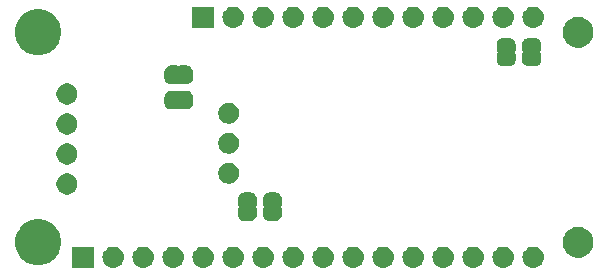
<source format=gbr>
G04 #@! TF.GenerationSoftware,KiCad,Pcbnew,(5.1.4)-1*
G04 #@! TF.CreationDate,2019-11-09T17:02:04-05:00*
G04 #@! TF.ProjectId,Feather-SAM-M8Q-GPS,46656174-6865-4722-9d53-414d2d4d3851,rev?*
G04 #@! TF.SameCoordinates,Original*
G04 #@! TF.FileFunction,Soldermask,Bot*
G04 #@! TF.FilePolarity,Negative*
%FSLAX46Y46*%
G04 Gerber Fmt 4.6, Leading zero omitted, Abs format (unit mm)*
G04 Created by KiCad (PCBNEW (5.1.4)-1) date 2019-11-09 17:02:04*
%MOMM*%
%LPD*%
G04 APERTURE LIST*
%ADD10C,0.100000*%
G04 APERTURE END LIST*
D10*
G36*
X113115043Y-76524719D02*
G01*
X113181227Y-76531237D01*
X113351066Y-76582757D01*
X113507591Y-76666422D01*
X113543329Y-76695752D01*
X113644786Y-76779014D01*
X113728048Y-76880471D01*
X113757378Y-76916209D01*
X113841043Y-77072734D01*
X113892563Y-77242573D01*
X113909959Y-77419200D01*
X113892563Y-77595827D01*
X113841043Y-77765666D01*
X113757378Y-77922191D01*
X113728048Y-77957929D01*
X113644786Y-78059386D01*
X113543329Y-78142648D01*
X113507591Y-78171978D01*
X113351066Y-78255643D01*
X113181227Y-78307163D01*
X113115043Y-78313681D01*
X113048860Y-78320200D01*
X112960340Y-78320200D01*
X112894157Y-78313681D01*
X112827973Y-78307163D01*
X112658134Y-78255643D01*
X112501609Y-78171978D01*
X112465871Y-78142648D01*
X112364414Y-78059386D01*
X112281152Y-77957929D01*
X112251822Y-77922191D01*
X112168157Y-77765666D01*
X112116637Y-77595827D01*
X112099241Y-77419200D01*
X112116637Y-77242573D01*
X112168157Y-77072734D01*
X112251822Y-76916209D01*
X112281152Y-76880471D01*
X112364414Y-76779014D01*
X112465871Y-76695752D01*
X112501609Y-76666422D01*
X112658134Y-76582757D01*
X112827973Y-76531237D01*
X112894157Y-76524719D01*
X112960340Y-76518200D01*
X113048860Y-76518200D01*
X113115043Y-76524719D01*
X113115043Y-76524719D01*
G37*
G36*
X102955043Y-76524719D02*
G01*
X103021227Y-76531237D01*
X103191066Y-76582757D01*
X103347591Y-76666422D01*
X103383329Y-76695752D01*
X103484786Y-76779014D01*
X103568048Y-76880471D01*
X103597378Y-76916209D01*
X103681043Y-77072734D01*
X103732563Y-77242573D01*
X103749959Y-77419200D01*
X103732563Y-77595827D01*
X103681043Y-77765666D01*
X103597378Y-77922191D01*
X103568048Y-77957929D01*
X103484786Y-78059386D01*
X103383329Y-78142648D01*
X103347591Y-78171978D01*
X103191066Y-78255643D01*
X103021227Y-78307163D01*
X102955043Y-78313681D01*
X102888860Y-78320200D01*
X102800340Y-78320200D01*
X102734157Y-78313681D01*
X102667973Y-78307163D01*
X102498134Y-78255643D01*
X102341609Y-78171978D01*
X102305871Y-78142648D01*
X102204414Y-78059386D01*
X102121152Y-77957929D01*
X102091822Y-77922191D01*
X102008157Y-77765666D01*
X101956637Y-77595827D01*
X101939241Y-77419200D01*
X101956637Y-77242573D01*
X102008157Y-77072734D01*
X102091822Y-76916209D01*
X102121152Y-76880471D01*
X102204414Y-76779014D01*
X102305871Y-76695752D01*
X102341609Y-76666422D01*
X102498134Y-76582757D01*
X102667973Y-76531237D01*
X102734157Y-76524719D01*
X102800340Y-76518200D01*
X102888860Y-76518200D01*
X102955043Y-76524719D01*
X102955043Y-76524719D01*
G37*
G36*
X120735043Y-76524719D02*
G01*
X120801227Y-76531237D01*
X120971066Y-76582757D01*
X121127591Y-76666422D01*
X121163329Y-76695752D01*
X121264786Y-76779014D01*
X121348048Y-76880471D01*
X121377378Y-76916209D01*
X121461043Y-77072734D01*
X121512563Y-77242573D01*
X121529959Y-77419200D01*
X121512563Y-77595827D01*
X121461043Y-77765666D01*
X121377378Y-77922191D01*
X121348048Y-77957929D01*
X121264786Y-78059386D01*
X121163329Y-78142648D01*
X121127591Y-78171978D01*
X120971066Y-78255643D01*
X120801227Y-78307163D01*
X120735043Y-78313681D01*
X120668860Y-78320200D01*
X120580340Y-78320200D01*
X120514157Y-78313681D01*
X120447973Y-78307163D01*
X120278134Y-78255643D01*
X120121609Y-78171978D01*
X120085871Y-78142648D01*
X119984414Y-78059386D01*
X119901152Y-77957929D01*
X119871822Y-77922191D01*
X119788157Y-77765666D01*
X119736637Y-77595827D01*
X119719241Y-77419200D01*
X119736637Y-77242573D01*
X119788157Y-77072734D01*
X119871822Y-76916209D01*
X119901152Y-76880471D01*
X119984414Y-76779014D01*
X120085871Y-76695752D01*
X120121609Y-76666422D01*
X120278134Y-76582757D01*
X120447973Y-76531237D01*
X120514157Y-76524719D01*
X120580340Y-76518200D01*
X120668860Y-76518200D01*
X120735043Y-76524719D01*
X120735043Y-76524719D01*
G37*
G36*
X118195043Y-76524719D02*
G01*
X118261227Y-76531237D01*
X118431066Y-76582757D01*
X118587591Y-76666422D01*
X118623329Y-76695752D01*
X118724786Y-76779014D01*
X118808048Y-76880471D01*
X118837378Y-76916209D01*
X118921043Y-77072734D01*
X118972563Y-77242573D01*
X118989959Y-77419200D01*
X118972563Y-77595827D01*
X118921043Y-77765666D01*
X118837378Y-77922191D01*
X118808048Y-77957929D01*
X118724786Y-78059386D01*
X118623329Y-78142648D01*
X118587591Y-78171978D01*
X118431066Y-78255643D01*
X118261227Y-78307163D01*
X118195043Y-78313681D01*
X118128860Y-78320200D01*
X118040340Y-78320200D01*
X117974157Y-78313681D01*
X117907973Y-78307163D01*
X117738134Y-78255643D01*
X117581609Y-78171978D01*
X117545871Y-78142648D01*
X117444414Y-78059386D01*
X117361152Y-77957929D01*
X117331822Y-77922191D01*
X117248157Y-77765666D01*
X117196637Y-77595827D01*
X117179241Y-77419200D01*
X117196637Y-77242573D01*
X117248157Y-77072734D01*
X117331822Y-76916209D01*
X117361152Y-76880471D01*
X117444414Y-76779014D01*
X117545871Y-76695752D01*
X117581609Y-76666422D01*
X117738134Y-76582757D01*
X117907973Y-76531237D01*
X117974157Y-76524719D01*
X118040340Y-76518200D01*
X118128860Y-76518200D01*
X118195043Y-76524719D01*
X118195043Y-76524719D01*
G37*
G36*
X115655043Y-76524719D02*
G01*
X115721227Y-76531237D01*
X115891066Y-76582757D01*
X116047591Y-76666422D01*
X116083329Y-76695752D01*
X116184786Y-76779014D01*
X116268048Y-76880471D01*
X116297378Y-76916209D01*
X116381043Y-77072734D01*
X116432563Y-77242573D01*
X116449959Y-77419200D01*
X116432563Y-77595827D01*
X116381043Y-77765666D01*
X116297378Y-77922191D01*
X116268048Y-77957929D01*
X116184786Y-78059386D01*
X116083329Y-78142648D01*
X116047591Y-78171978D01*
X115891066Y-78255643D01*
X115721227Y-78307163D01*
X115655043Y-78313681D01*
X115588860Y-78320200D01*
X115500340Y-78320200D01*
X115434157Y-78313681D01*
X115367973Y-78307163D01*
X115198134Y-78255643D01*
X115041609Y-78171978D01*
X115005871Y-78142648D01*
X114904414Y-78059386D01*
X114821152Y-77957929D01*
X114791822Y-77922191D01*
X114708157Y-77765666D01*
X114656637Y-77595827D01*
X114639241Y-77419200D01*
X114656637Y-77242573D01*
X114708157Y-77072734D01*
X114791822Y-76916209D01*
X114821152Y-76880471D01*
X114904414Y-76779014D01*
X115005871Y-76695752D01*
X115041609Y-76666422D01*
X115198134Y-76582757D01*
X115367973Y-76531237D01*
X115434157Y-76524719D01*
X115500340Y-76518200D01*
X115588860Y-76518200D01*
X115655043Y-76524719D01*
X115655043Y-76524719D01*
G37*
G36*
X110575043Y-76524719D02*
G01*
X110641227Y-76531237D01*
X110811066Y-76582757D01*
X110967591Y-76666422D01*
X111003329Y-76695752D01*
X111104786Y-76779014D01*
X111188048Y-76880471D01*
X111217378Y-76916209D01*
X111301043Y-77072734D01*
X111352563Y-77242573D01*
X111369959Y-77419200D01*
X111352563Y-77595827D01*
X111301043Y-77765666D01*
X111217378Y-77922191D01*
X111188048Y-77957929D01*
X111104786Y-78059386D01*
X111003329Y-78142648D01*
X110967591Y-78171978D01*
X110811066Y-78255643D01*
X110641227Y-78307163D01*
X110575043Y-78313681D01*
X110508860Y-78320200D01*
X110420340Y-78320200D01*
X110354157Y-78313681D01*
X110287973Y-78307163D01*
X110118134Y-78255643D01*
X109961609Y-78171978D01*
X109925871Y-78142648D01*
X109824414Y-78059386D01*
X109741152Y-77957929D01*
X109711822Y-77922191D01*
X109628157Y-77765666D01*
X109576637Y-77595827D01*
X109559241Y-77419200D01*
X109576637Y-77242573D01*
X109628157Y-77072734D01*
X109711822Y-76916209D01*
X109741152Y-76880471D01*
X109824414Y-76779014D01*
X109925871Y-76695752D01*
X109961609Y-76666422D01*
X110118134Y-76582757D01*
X110287973Y-76531237D01*
X110354157Y-76524719D01*
X110420340Y-76518200D01*
X110508860Y-76518200D01*
X110575043Y-76524719D01*
X110575043Y-76524719D01*
G37*
G36*
X108035043Y-76524719D02*
G01*
X108101227Y-76531237D01*
X108271066Y-76582757D01*
X108427591Y-76666422D01*
X108463329Y-76695752D01*
X108564786Y-76779014D01*
X108648048Y-76880471D01*
X108677378Y-76916209D01*
X108761043Y-77072734D01*
X108812563Y-77242573D01*
X108829959Y-77419200D01*
X108812563Y-77595827D01*
X108761043Y-77765666D01*
X108677378Y-77922191D01*
X108648048Y-77957929D01*
X108564786Y-78059386D01*
X108463329Y-78142648D01*
X108427591Y-78171978D01*
X108271066Y-78255643D01*
X108101227Y-78307163D01*
X108035043Y-78313681D01*
X107968860Y-78320200D01*
X107880340Y-78320200D01*
X107814157Y-78313681D01*
X107747973Y-78307163D01*
X107578134Y-78255643D01*
X107421609Y-78171978D01*
X107385871Y-78142648D01*
X107284414Y-78059386D01*
X107201152Y-77957929D01*
X107171822Y-77922191D01*
X107088157Y-77765666D01*
X107036637Y-77595827D01*
X107019241Y-77419200D01*
X107036637Y-77242573D01*
X107088157Y-77072734D01*
X107171822Y-76916209D01*
X107201152Y-76880471D01*
X107284414Y-76779014D01*
X107385871Y-76695752D01*
X107421609Y-76666422D01*
X107578134Y-76582757D01*
X107747973Y-76531237D01*
X107814157Y-76524719D01*
X107880340Y-76518200D01*
X107968860Y-76518200D01*
X108035043Y-76524719D01*
X108035043Y-76524719D01*
G37*
G36*
X105495043Y-76524719D02*
G01*
X105561227Y-76531237D01*
X105731066Y-76582757D01*
X105887591Y-76666422D01*
X105923329Y-76695752D01*
X106024786Y-76779014D01*
X106108048Y-76880471D01*
X106137378Y-76916209D01*
X106221043Y-77072734D01*
X106272563Y-77242573D01*
X106289959Y-77419200D01*
X106272563Y-77595827D01*
X106221043Y-77765666D01*
X106137378Y-77922191D01*
X106108048Y-77957929D01*
X106024786Y-78059386D01*
X105923329Y-78142648D01*
X105887591Y-78171978D01*
X105731066Y-78255643D01*
X105561227Y-78307163D01*
X105495043Y-78313681D01*
X105428860Y-78320200D01*
X105340340Y-78320200D01*
X105274157Y-78313681D01*
X105207973Y-78307163D01*
X105038134Y-78255643D01*
X104881609Y-78171978D01*
X104845871Y-78142648D01*
X104744414Y-78059386D01*
X104661152Y-77957929D01*
X104631822Y-77922191D01*
X104548157Y-77765666D01*
X104496637Y-77595827D01*
X104479241Y-77419200D01*
X104496637Y-77242573D01*
X104548157Y-77072734D01*
X104631822Y-76916209D01*
X104661152Y-76880471D01*
X104744414Y-76779014D01*
X104845871Y-76695752D01*
X104881609Y-76666422D01*
X105038134Y-76582757D01*
X105207973Y-76531237D01*
X105274157Y-76524719D01*
X105340340Y-76518200D01*
X105428860Y-76518200D01*
X105495043Y-76524719D01*
X105495043Y-76524719D01*
G37*
G36*
X97875043Y-76524719D02*
G01*
X97941227Y-76531237D01*
X98111066Y-76582757D01*
X98267591Y-76666422D01*
X98303329Y-76695752D01*
X98404786Y-76779014D01*
X98488048Y-76880471D01*
X98517378Y-76916209D01*
X98601043Y-77072734D01*
X98652563Y-77242573D01*
X98669959Y-77419200D01*
X98652563Y-77595827D01*
X98601043Y-77765666D01*
X98517378Y-77922191D01*
X98488048Y-77957929D01*
X98404786Y-78059386D01*
X98303329Y-78142648D01*
X98267591Y-78171978D01*
X98111066Y-78255643D01*
X97941227Y-78307163D01*
X97875043Y-78313681D01*
X97808860Y-78320200D01*
X97720340Y-78320200D01*
X97654157Y-78313681D01*
X97587973Y-78307163D01*
X97418134Y-78255643D01*
X97261609Y-78171978D01*
X97225871Y-78142648D01*
X97124414Y-78059386D01*
X97041152Y-77957929D01*
X97011822Y-77922191D01*
X96928157Y-77765666D01*
X96876637Y-77595827D01*
X96859241Y-77419200D01*
X96876637Y-77242573D01*
X96928157Y-77072734D01*
X97011822Y-76916209D01*
X97041152Y-76880471D01*
X97124414Y-76779014D01*
X97225871Y-76695752D01*
X97261609Y-76666422D01*
X97418134Y-76582757D01*
X97587973Y-76531237D01*
X97654157Y-76524719D01*
X97720340Y-76518200D01*
X97808860Y-76518200D01*
X97875043Y-76524719D01*
X97875043Y-76524719D01*
G37*
G36*
X130895043Y-76524719D02*
G01*
X130961227Y-76531237D01*
X131131066Y-76582757D01*
X131287591Y-76666422D01*
X131323329Y-76695752D01*
X131424786Y-76779014D01*
X131508048Y-76880471D01*
X131537378Y-76916209D01*
X131621043Y-77072734D01*
X131672563Y-77242573D01*
X131689959Y-77419200D01*
X131672563Y-77595827D01*
X131621043Y-77765666D01*
X131537378Y-77922191D01*
X131508048Y-77957929D01*
X131424786Y-78059386D01*
X131323329Y-78142648D01*
X131287591Y-78171978D01*
X131131066Y-78255643D01*
X130961227Y-78307163D01*
X130895043Y-78313681D01*
X130828860Y-78320200D01*
X130740340Y-78320200D01*
X130674157Y-78313681D01*
X130607973Y-78307163D01*
X130438134Y-78255643D01*
X130281609Y-78171978D01*
X130245871Y-78142648D01*
X130144414Y-78059386D01*
X130061152Y-77957929D01*
X130031822Y-77922191D01*
X129948157Y-77765666D01*
X129896637Y-77595827D01*
X129879241Y-77419200D01*
X129896637Y-77242573D01*
X129948157Y-77072734D01*
X130031822Y-76916209D01*
X130061152Y-76880471D01*
X130144414Y-76779014D01*
X130245871Y-76695752D01*
X130281609Y-76666422D01*
X130438134Y-76582757D01*
X130607973Y-76531237D01*
X130674157Y-76524719D01*
X130740340Y-76518200D01*
X130828860Y-76518200D01*
X130895043Y-76524719D01*
X130895043Y-76524719D01*
G37*
G36*
X128355043Y-76524719D02*
G01*
X128421227Y-76531237D01*
X128591066Y-76582757D01*
X128747591Y-76666422D01*
X128783329Y-76695752D01*
X128884786Y-76779014D01*
X128968048Y-76880471D01*
X128997378Y-76916209D01*
X129081043Y-77072734D01*
X129132563Y-77242573D01*
X129149959Y-77419200D01*
X129132563Y-77595827D01*
X129081043Y-77765666D01*
X128997378Y-77922191D01*
X128968048Y-77957929D01*
X128884786Y-78059386D01*
X128783329Y-78142648D01*
X128747591Y-78171978D01*
X128591066Y-78255643D01*
X128421227Y-78307163D01*
X128355043Y-78313681D01*
X128288860Y-78320200D01*
X128200340Y-78320200D01*
X128134157Y-78313681D01*
X128067973Y-78307163D01*
X127898134Y-78255643D01*
X127741609Y-78171978D01*
X127705871Y-78142648D01*
X127604414Y-78059386D01*
X127521152Y-77957929D01*
X127491822Y-77922191D01*
X127408157Y-77765666D01*
X127356637Y-77595827D01*
X127339241Y-77419200D01*
X127356637Y-77242573D01*
X127408157Y-77072734D01*
X127491822Y-76916209D01*
X127521152Y-76880471D01*
X127604414Y-76779014D01*
X127705871Y-76695752D01*
X127741609Y-76666422D01*
X127898134Y-76582757D01*
X128067973Y-76531237D01*
X128134157Y-76524719D01*
X128200340Y-76518200D01*
X128288860Y-76518200D01*
X128355043Y-76524719D01*
X128355043Y-76524719D01*
G37*
G36*
X125815043Y-76524719D02*
G01*
X125881227Y-76531237D01*
X126051066Y-76582757D01*
X126207591Y-76666422D01*
X126243329Y-76695752D01*
X126344786Y-76779014D01*
X126428048Y-76880471D01*
X126457378Y-76916209D01*
X126541043Y-77072734D01*
X126592563Y-77242573D01*
X126609959Y-77419200D01*
X126592563Y-77595827D01*
X126541043Y-77765666D01*
X126457378Y-77922191D01*
X126428048Y-77957929D01*
X126344786Y-78059386D01*
X126243329Y-78142648D01*
X126207591Y-78171978D01*
X126051066Y-78255643D01*
X125881227Y-78307163D01*
X125815043Y-78313681D01*
X125748860Y-78320200D01*
X125660340Y-78320200D01*
X125594157Y-78313681D01*
X125527973Y-78307163D01*
X125358134Y-78255643D01*
X125201609Y-78171978D01*
X125165871Y-78142648D01*
X125064414Y-78059386D01*
X124981152Y-77957929D01*
X124951822Y-77922191D01*
X124868157Y-77765666D01*
X124816637Y-77595827D01*
X124799241Y-77419200D01*
X124816637Y-77242573D01*
X124868157Y-77072734D01*
X124951822Y-76916209D01*
X124981152Y-76880471D01*
X125064414Y-76779014D01*
X125165871Y-76695752D01*
X125201609Y-76666422D01*
X125358134Y-76582757D01*
X125527973Y-76531237D01*
X125594157Y-76524719D01*
X125660340Y-76518200D01*
X125748860Y-76518200D01*
X125815043Y-76524719D01*
X125815043Y-76524719D01*
G37*
G36*
X123275043Y-76524719D02*
G01*
X123341227Y-76531237D01*
X123511066Y-76582757D01*
X123667591Y-76666422D01*
X123703329Y-76695752D01*
X123804786Y-76779014D01*
X123888048Y-76880471D01*
X123917378Y-76916209D01*
X124001043Y-77072734D01*
X124052563Y-77242573D01*
X124069959Y-77419200D01*
X124052563Y-77595827D01*
X124001043Y-77765666D01*
X123917378Y-77922191D01*
X123888048Y-77957929D01*
X123804786Y-78059386D01*
X123703329Y-78142648D01*
X123667591Y-78171978D01*
X123511066Y-78255643D01*
X123341227Y-78307163D01*
X123275043Y-78313681D01*
X123208860Y-78320200D01*
X123120340Y-78320200D01*
X123054157Y-78313681D01*
X122987973Y-78307163D01*
X122818134Y-78255643D01*
X122661609Y-78171978D01*
X122625871Y-78142648D01*
X122524414Y-78059386D01*
X122441152Y-77957929D01*
X122411822Y-77922191D01*
X122328157Y-77765666D01*
X122276637Y-77595827D01*
X122259241Y-77419200D01*
X122276637Y-77242573D01*
X122328157Y-77072734D01*
X122411822Y-76916209D01*
X122441152Y-76880471D01*
X122524414Y-76779014D01*
X122625871Y-76695752D01*
X122661609Y-76666422D01*
X122818134Y-76582757D01*
X122987973Y-76531237D01*
X123054157Y-76524719D01*
X123120340Y-76518200D01*
X123208860Y-76518200D01*
X123275043Y-76524719D01*
X123275043Y-76524719D01*
G37*
G36*
X93585600Y-78320200D02*
G01*
X91783600Y-78320200D01*
X91783600Y-76518200D01*
X93585600Y-76518200D01*
X93585600Y-78320200D01*
X93585600Y-78320200D01*
G37*
G36*
X95335043Y-76524719D02*
G01*
X95401227Y-76531237D01*
X95571066Y-76582757D01*
X95727591Y-76666422D01*
X95763329Y-76695752D01*
X95864786Y-76779014D01*
X95948048Y-76880471D01*
X95977378Y-76916209D01*
X96061043Y-77072734D01*
X96112563Y-77242573D01*
X96129959Y-77419200D01*
X96112563Y-77595827D01*
X96061043Y-77765666D01*
X95977378Y-77922191D01*
X95948048Y-77957929D01*
X95864786Y-78059386D01*
X95763329Y-78142648D01*
X95727591Y-78171978D01*
X95571066Y-78255643D01*
X95401227Y-78307163D01*
X95335043Y-78313681D01*
X95268860Y-78320200D01*
X95180340Y-78320200D01*
X95114157Y-78313681D01*
X95047973Y-78307163D01*
X94878134Y-78255643D01*
X94721609Y-78171978D01*
X94685871Y-78142648D01*
X94584414Y-78059386D01*
X94501152Y-77957929D01*
X94471822Y-77922191D01*
X94388157Y-77765666D01*
X94336637Y-77595827D01*
X94319241Y-77419200D01*
X94336637Y-77242573D01*
X94388157Y-77072734D01*
X94471822Y-76916209D01*
X94501152Y-76880471D01*
X94584414Y-76779014D01*
X94685871Y-76695752D01*
X94721609Y-76666422D01*
X94878134Y-76582757D01*
X95047973Y-76531237D01*
X95114157Y-76524719D01*
X95180340Y-76518200D01*
X95268860Y-76518200D01*
X95335043Y-76524719D01*
X95335043Y-76524719D01*
G37*
G36*
X100415043Y-76524719D02*
G01*
X100481227Y-76531237D01*
X100651066Y-76582757D01*
X100807591Y-76666422D01*
X100843329Y-76695752D01*
X100944786Y-76779014D01*
X101028048Y-76880471D01*
X101057378Y-76916209D01*
X101141043Y-77072734D01*
X101192563Y-77242573D01*
X101209959Y-77419200D01*
X101192563Y-77595827D01*
X101141043Y-77765666D01*
X101057378Y-77922191D01*
X101028048Y-77957929D01*
X100944786Y-78059386D01*
X100843329Y-78142648D01*
X100807591Y-78171978D01*
X100651066Y-78255643D01*
X100481227Y-78307163D01*
X100415043Y-78313681D01*
X100348860Y-78320200D01*
X100260340Y-78320200D01*
X100194157Y-78313681D01*
X100127973Y-78307163D01*
X99958134Y-78255643D01*
X99801609Y-78171978D01*
X99765871Y-78142648D01*
X99664414Y-78059386D01*
X99581152Y-77957929D01*
X99551822Y-77922191D01*
X99468157Y-77765666D01*
X99416637Y-77595827D01*
X99399241Y-77419200D01*
X99416637Y-77242573D01*
X99468157Y-77072734D01*
X99551822Y-76916209D01*
X99581152Y-76880471D01*
X99664414Y-76779014D01*
X99765871Y-76695752D01*
X99801609Y-76666422D01*
X99958134Y-76582757D01*
X100127973Y-76531237D01*
X100194157Y-76524719D01*
X100260340Y-76518200D01*
X100348860Y-76518200D01*
X100415043Y-76524719D01*
X100415043Y-76524719D01*
G37*
G36*
X89443685Y-74273175D02*
G01*
X89798743Y-74420245D01*
X89798745Y-74420246D01*
X90118290Y-74633759D01*
X90390041Y-74905510D01*
X90450684Y-74996269D01*
X90603555Y-75225057D01*
X90750625Y-75580115D01*
X90825600Y-75957042D01*
X90825600Y-76341358D01*
X90750625Y-76718285D01*
X90668642Y-76916209D01*
X90603554Y-77073345D01*
X90390041Y-77392890D01*
X90118290Y-77664641D01*
X89798745Y-77878154D01*
X89798744Y-77878155D01*
X89798743Y-77878155D01*
X89443685Y-78025225D01*
X89066758Y-78100200D01*
X88682442Y-78100200D01*
X88305515Y-78025225D01*
X87950457Y-77878155D01*
X87950456Y-77878155D01*
X87950455Y-77878154D01*
X87630910Y-77664641D01*
X87359159Y-77392890D01*
X87145646Y-77073345D01*
X87080558Y-76916209D01*
X86998575Y-76718285D01*
X86923600Y-76341358D01*
X86923600Y-75957042D01*
X86998575Y-75580115D01*
X87145645Y-75225057D01*
X87298516Y-74996269D01*
X87359159Y-74905510D01*
X87630910Y-74633759D01*
X87950455Y-74420246D01*
X87950457Y-74420245D01*
X88305515Y-74273175D01*
X88682442Y-74198200D01*
X89066758Y-74198200D01*
X89443685Y-74273175D01*
X89443685Y-74273175D01*
G37*
G36*
X134974087Y-74898196D02*
G01*
X135210853Y-74996268D01*
X135210855Y-74996269D01*
X135423939Y-75138647D01*
X135605153Y-75319861D01*
X135747532Y-75532947D01*
X135845604Y-75769713D01*
X135895600Y-76021061D01*
X135895600Y-76277339D01*
X135845604Y-76528687D01*
X135767069Y-76718286D01*
X135747531Y-76765455D01*
X135605153Y-76978539D01*
X135423939Y-77159753D01*
X135210855Y-77302131D01*
X135210854Y-77302132D01*
X135210853Y-77302132D01*
X134974087Y-77400204D01*
X134722739Y-77450200D01*
X134466461Y-77450200D01*
X134215113Y-77400204D01*
X133978347Y-77302132D01*
X133978346Y-77302132D01*
X133978345Y-77302131D01*
X133765261Y-77159753D01*
X133584047Y-76978539D01*
X133441669Y-76765455D01*
X133422131Y-76718286D01*
X133343596Y-76528687D01*
X133293600Y-76277339D01*
X133293600Y-76021061D01*
X133343596Y-75769713D01*
X133441668Y-75532947D01*
X133584047Y-75319861D01*
X133765261Y-75138647D01*
X133978345Y-74996269D01*
X133978347Y-74996268D01*
X134215113Y-74898196D01*
X134466461Y-74848200D01*
X134722739Y-74848200D01*
X134974087Y-74898196D01*
X134974087Y-74898196D01*
G37*
G36*
X106853299Y-71939254D02*
G01*
X106865550Y-71939856D01*
X106883969Y-71939856D01*
X106906249Y-71942050D01*
X106990333Y-71958776D01*
X107011760Y-71965276D01*
X107090958Y-71998080D01*
X107096403Y-72000991D01*
X107096409Y-72000993D01*
X107105269Y-72005729D01*
X107105273Y-72005732D01*
X107110714Y-72008640D01*
X107181999Y-72056271D01*
X107199304Y-72070472D01*
X107259928Y-72131096D01*
X107274129Y-72148401D01*
X107321760Y-72219686D01*
X107324668Y-72225127D01*
X107324671Y-72225131D01*
X107329407Y-72233991D01*
X107329409Y-72233997D01*
X107332320Y-72239442D01*
X107365124Y-72318640D01*
X107371624Y-72340067D01*
X107388350Y-72424151D01*
X107390544Y-72446431D01*
X107390544Y-72464850D01*
X107391146Y-72477101D01*
X107392952Y-72495439D01*
X107392952Y-72983160D01*
X107391363Y-72999299D01*
X107388448Y-73008908D01*
X107383710Y-73017772D01*
X107377337Y-73025537D01*
X107364894Y-73035748D01*
X107354525Y-73042678D01*
X107337198Y-73060005D01*
X107323585Y-73080380D01*
X107314209Y-73103020D01*
X107309429Y-73127053D01*
X107309430Y-73151557D01*
X107314212Y-73175590D01*
X107323590Y-73198229D01*
X107337205Y-73218602D01*
X107354532Y-73235929D01*
X107364902Y-73242858D01*
X107377337Y-73253063D01*
X107383710Y-73260828D01*
X107388448Y-73269692D01*
X107391363Y-73279301D01*
X107392952Y-73295440D01*
X107392952Y-73783162D01*
X107391146Y-73801499D01*
X107390544Y-73813750D01*
X107390544Y-73832169D01*
X107388350Y-73854449D01*
X107371624Y-73938533D01*
X107365124Y-73959960D01*
X107332320Y-74039158D01*
X107329409Y-74044603D01*
X107329407Y-74044609D01*
X107324671Y-74053469D01*
X107324668Y-74053473D01*
X107321760Y-74058914D01*
X107274129Y-74130199D01*
X107259928Y-74147504D01*
X107199304Y-74208128D01*
X107181999Y-74222329D01*
X107110714Y-74269960D01*
X107105273Y-74272868D01*
X107105269Y-74272871D01*
X107096409Y-74277607D01*
X107096403Y-74277609D01*
X107090958Y-74280520D01*
X107011760Y-74313324D01*
X106990333Y-74319824D01*
X106906249Y-74336550D01*
X106883969Y-74338744D01*
X106865550Y-74338744D01*
X106853299Y-74339346D01*
X106834962Y-74341152D01*
X106347238Y-74341152D01*
X106328901Y-74339346D01*
X106316650Y-74338744D01*
X106298231Y-74338744D01*
X106275951Y-74336550D01*
X106191867Y-74319824D01*
X106170440Y-74313324D01*
X106091242Y-74280520D01*
X106085797Y-74277609D01*
X106085791Y-74277607D01*
X106076931Y-74272871D01*
X106076927Y-74272868D01*
X106071486Y-74269960D01*
X106000201Y-74222329D01*
X105982896Y-74208128D01*
X105922272Y-74147504D01*
X105908071Y-74130199D01*
X105860440Y-74058914D01*
X105857532Y-74053473D01*
X105857529Y-74053469D01*
X105852793Y-74044609D01*
X105852791Y-74044603D01*
X105849880Y-74039158D01*
X105817076Y-73959960D01*
X105810576Y-73938533D01*
X105793850Y-73854449D01*
X105791656Y-73832169D01*
X105791656Y-73813750D01*
X105791054Y-73801499D01*
X105789248Y-73783162D01*
X105789248Y-73295440D01*
X105790837Y-73279301D01*
X105793752Y-73269692D01*
X105798490Y-73260828D01*
X105804863Y-73253063D01*
X105817306Y-73242852D01*
X105827675Y-73235922D01*
X105845002Y-73218595D01*
X105858615Y-73198220D01*
X105867991Y-73175580D01*
X105872771Y-73151547D01*
X105872770Y-73127043D01*
X105867988Y-73103010D01*
X105858610Y-73080371D01*
X105844995Y-73059998D01*
X105827668Y-73042671D01*
X105817298Y-73035742D01*
X105804863Y-73025537D01*
X105798490Y-73017772D01*
X105793752Y-73008908D01*
X105790837Y-72999299D01*
X105789248Y-72983160D01*
X105789248Y-72495439D01*
X105791054Y-72477101D01*
X105791656Y-72464850D01*
X105791656Y-72446431D01*
X105793850Y-72424151D01*
X105810576Y-72340067D01*
X105817076Y-72318640D01*
X105849880Y-72239442D01*
X105852791Y-72233997D01*
X105852793Y-72233991D01*
X105857529Y-72225131D01*
X105857532Y-72225127D01*
X105860440Y-72219686D01*
X105908071Y-72148401D01*
X105922272Y-72131096D01*
X105982896Y-72070472D01*
X106000201Y-72056271D01*
X106071486Y-72008640D01*
X106076927Y-72005732D01*
X106076931Y-72005729D01*
X106085791Y-72000993D01*
X106085797Y-72000991D01*
X106091242Y-71998080D01*
X106170440Y-71965276D01*
X106191867Y-71958776D01*
X106275951Y-71942050D01*
X106298231Y-71939856D01*
X106316650Y-71939856D01*
X106328901Y-71939254D01*
X106347239Y-71937448D01*
X106834961Y-71937448D01*
X106853299Y-71939254D01*
X106853299Y-71939254D01*
G37*
G36*
X108974199Y-71939254D02*
G01*
X108986450Y-71939856D01*
X109004869Y-71939856D01*
X109027149Y-71942050D01*
X109111233Y-71958776D01*
X109132660Y-71965276D01*
X109211858Y-71998080D01*
X109217303Y-72000991D01*
X109217309Y-72000993D01*
X109226169Y-72005729D01*
X109226173Y-72005732D01*
X109231614Y-72008640D01*
X109302899Y-72056271D01*
X109320204Y-72070472D01*
X109380828Y-72131096D01*
X109395029Y-72148401D01*
X109442660Y-72219686D01*
X109445568Y-72225127D01*
X109445571Y-72225131D01*
X109450307Y-72233991D01*
X109450309Y-72233997D01*
X109453220Y-72239442D01*
X109486024Y-72318640D01*
X109492524Y-72340067D01*
X109509250Y-72424151D01*
X109511444Y-72446431D01*
X109511444Y-72464850D01*
X109512046Y-72477101D01*
X109513852Y-72495439D01*
X109513852Y-72983160D01*
X109512263Y-72999299D01*
X109509348Y-73008908D01*
X109504610Y-73017772D01*
X109498237Y-73025537D01*
X109485794Y-73035748D01*
X109475425Y-73042678D01*
X109458098Y-73060005D01*
X109444485Y-73080380D01*
X109435109Y-73103020D01*
X109430329Y-73127053D01*
X109430330Y-73151557D01*
X109435112Y-73175590D01*
X109444490Y-73198229D01*
X109458105Y-73218602D01*
X109475432Y-73235929D01*
X109485802Y-73242858D01*
X109498237Y-73253063D01*
X109504610Y-73260828D01*
X109509348Y-73269692D01*
X109512263Y-73279301D01*
X109513852Y-73295440D01*
X109513852Y-73783162D01*
X109512046Y-73801499D01*
X109511444Y-73813750D01*
X109511444Y-73832169D01*
X109509250Y-73854449D01*
X109492524Y-73938533D01*
X109486024Y-73959960D01*
X109453220Y-74039158D01*
X109450309Y-74044603D01*
X109450307Y-74044609D01*
X109445571Y-74053469D01*
X109445568Y-74053473D01*
X109442660Y-74058914D01*
X109395029Y-74130199D01*
X109380828Y-74147504D01*
X109320204Y-74208128D01*
X109302899Y-74222329D01*
X109231614Y-74269960D01*
X109226173Y-74272868D01*
X109226169Y-74272871D01*
X109217309Y-74277607D01*
X109217303Y-74277609D01*
X109211858Y-74280520D01*
X109132660Y-74313324D01*
X109111233Y-74319824D01*
X109027149Y-74336550D01*
X109004869Y-74338744D01*
X108986450Y-74338744D01*
X108974199Y-74339346D01*
X108955862Y-74341152D01*
X108468138Y-74341152D01*
X108449801Y-74339346D01*
X108437550Y-74338744D01*
X108419131Y-74338744D01*
X108396851Y-74336550D01*
X108312767Y-74319824D01*
X108291340Y-74313324D01*
X108212142Y-74280520D01*
X108206697Y-74277609D01*
X108206691Y-74277607D01*
X108197831Y-74272871D01*
X108197827Y-74272868D01*
X108192386Y-74269960D01*
X108121101Y-74222329D01*
X108103796Y-74208128D01*
X108043172Y-74147504D01*
X108028971Y-74130199D01*
X107981340Y-74058914D01*
X107978432Y-74053473D01*
X107978429Y-74053469D01*
X107973693Y-74044609D01*
X107973691Y-74044603D01*
X107970780Y-74039158D01*
X107937976Y-73959960D01*
X107931476Y-73938533D01*
X107914750Y-73854449D01*
X107912556Y-73832169D01*
X107912556Y-73813750D01*
X107911954Y-73801499D01*
X107910148Y-73783162D01*
X107910148Y-73295440D01*
X107911737Y-73279301D01*
X107914652Y-73269692D01*
X107919390Y-73260828D01*
X107925763Y-73253063D01*
X107938206Y-73242852D01*
X107948575Y-73235922D01*
X107965902Y-73218595D01*
X107979515Y-73198220D01*
X107988891Y-73175580D01*
X107993671Y-73151547D01*
X107993670Y-73127043D01*
X107988888Y-73103010D01*
X107979510Y-73080371D01*
X107965895Y-73059998D01*
X107948568Y-73042671D01*
X107938198Y-73035742D01*
X107925763Y-73025537D01*
X107919390Y-73017772D01*
X107914652Y-73008908D01*
X107911737Y-72999299D01*
X107910148Y-72983160D01*
X107910148Y-72495439D01*
X107911954Y-72477101D01*
X107912556Y-72464850D01*
X107912556Y-72446431D01*
X107914750Y-72424151D01*
X107931476Y-72340067D01*
X107937976Y-72318640D01*
X107970780Y-72239442D01*
X107973691Y-72233997D01*
X107973693Y-72233991D01*
X107978429Y-72225131D01*
X107978432Y-72225127D01*
X107981340Y-72219686D01*
X108028971Y-72148401D01*
X108043172Y-72131096D01*
X108103796Y-72070472D01*
X108121101Y-72056271D01*
X108192386Y-72008640D01*
X108197827Y-72005732D01*
X108197831Y-72005729D01*
X108206691Y-72000993D01*
X108206697Y-72000991D01*
X108212142Y-71998080D01*
X108291340Y-71965276D01*
X108312767Y-71958776D01*
X108396851Y-71942050D01*
X108419131Y-71939856D01*
X108437550Y-71939856D01*
X108449801Y-71939254D01*
X108468139Y-71937448D01*
X108955861Y-71937448D01*
X108974199Y-71939254D01*
X108974199Y-71939254D01*
G37*
G36*
X91572369Y-70366571D02*
G01*
X91734195Y-70433602D01*
X91879829Y-70530911D01*
X92003689Y-70654771D01*
X92100998Y-70800405D01*
X92168029Y-70962231D01*
X92202200Y-71134020D01*
X92202200Y-71309180D01*
X92168029Y-71480969D01*
X92100998Y-71642795D01*
X92003689Y-71788429D01*
X91879829Y-71912289D01*
X91734195Y-72009598D01*
X91572369Y-72076629D01*
X91400580Y-72110800D01*
X91225420Y-72110800D01*
X91053631Y-72076629D01*
X90891805Y-72009598D01*
X90746171Y-71912289D01*
X90622311Y-71788429D01*
X90525002Y-71642795D01*
X90457971Y-71480969D01*
X90423800Y-71309180D01*
X90423800Y-71134020D01*
X90457971Y-70962231D01*
X90525002Y-70800405D01*
X90622311Y-70654771D01*
X90746171Y-70530911D01*
X90891805Y-70433602D01*
X91053631Y-70366571D01*
X91225420Y-70332400D01*
X91400580Y-70332400D01*
X91572369Y-70366571D01*
X91572369Y-70366571D01*
G37*
G36*
X105275669Y-69452171D02*
G01*
X105437495Y-69519202D01*
X105583129Y-69616511D01*
X105706989Y-69740371D01*
X105804298Y-69886005D01*
X105871329Y-70047831D01*
X105905500Y-70219620D01*
X105905500Y-70394780D01*
X105871329Y-70566569D01*
X105804298Y-70728395D01*
X105706989Y-70874029D01*
X105583129Y-70997889D01*
X105437495Y-71095198D01*
X105275669Y-71162229D01*
X105103880Y-71196400D01*
X104928720Y-71196400D01*
X104756931Y-71162229D01*
X104595105Y-71095198D01*
X104449471Y-70997889D01*
X104325611Y-70874029D01*
X104228302Y-70728395D01*
X104161271Y-70566569D01*
X104127100Y-70394780D01*
X104127100Y-70219620D01*
X104161271Y-70047831D01*
X104228302Y-69886005D01*
X104325611Y-69740371D01*
X104449471Y-69616511D01*
X104595105Y-69519202D01*
X104756931Y-69452171D01*
X104928720Y-69418000D01*
X105103880Y-69418000D01*
X105275669Y-69452171D01*
X105275669Y-69452171D01*
G37*
G36*
X91572369Y-67826571D02*
G01*
X91734195Y-67893602D01*
X91879829Y-67990911D01*
X92003689Y-68114771D01*
X92100998Y-68260405D01*
X92168029Y-68422231D01*
X92202200Y-68594020D01*
X92202200Y-68769180D01*
X92168029Y-68940969D01*
X92100998Y-69102795D01*
X92003689Y-69248429D01*
X91879829Y-69372289D01*
X91734195Y-69469598D01*
X91572369Y-69536629D01*
X91400580Y-69570800D01*
X91225420Y-69570800D01*
X91053631Y-69536629D01*
X90891805Y-69469598D01*
X90746171Y-69372289D01*
X90622311Y-69248429D01*
X90525002Y-69102795D01*
X90457971Y-68940969D01*
X90423800Y-68769180D01*
X90423800Y-68594020D01*
X90457971Y-68422231D01*
X90525002Y-68260405D01*
X90622311Y-68114771D01*
X90746171Y-67990911D01*
X90891805Y-67893602D01*
X91053631Y-67826571D01*
X91225420Y-67792400D01*
X91400580Y-67792400D01*
X91572369Y-67826571D01*
X91572369Y-67826571D01*
G37*
G36*
X105275669Y-66912171D02*
G01*
X105437495Y-66979202D01*
X105583129Y-67076511D01*
X105706989Y-67200371D01*
X105804298Y-67346005D01*
X105871329Y-67507831D01*
X105905500Y-67679620D01*
X105905500Y-67854780D01*
X105871329Y-68026569D01*
X105804298Y-68188395D01*
X105706989Y-68334029D01*
X105583129Y-68457889D01*
X105437495Y-68555198D01*
X105275669Y-68622229D01*
X105103880Y-68656400D01*
X104928720Y-68656400D01*
X104756931Y-68622229D01*
X104595105Y-68555198D01*
X104449471Y-68457889D01*
X104325611Y-68334029D01*
X104228302Y-68188395D01*
X104161271Y-68026569D01*
X104127100Y-67854780D01*
X104127100Y-67679620D01*
X104161271Y-67507831D01*
X104228302Y-67346005D01*
X104325611Y-67200371D01*
X104449471Y-67076511D01*
X104595105Y-66979202D01*
X104756931Y-66912171D01*
X104928720Y-66878000D01*
X105103880Y-66878000D01*
X105275669Y-66912171D01*
X105275669Y-66912171D01*
G37*
G36*
X91572369Y-65286571D02*
G01*
X91734195Y-65353602D01*
X91879829Y-65450911D01*
X92003689Y-65574771D01*
X92100998Y-65720405D01*
X92168029Y-65882231D01*
X92202200Y-66054020D01*
X92202200Y-66229180D01*
X92168029Y-66400969D01*
X92100998Y-66562795D01*
X92003689Y-66708429D01*
X91879829Y-66832289D01*
X91734195Y-66929598D01*
X91572369Y-66996629D01*
X91400580Y-67030800D01*
X91225420Y-67030800D01*
X91053631Y-66996629D01*
X90891805Y-66929598D01*
X90746171Y-66832289D01*
X90622311Y-66708429D01*
X90525002Y-66562795D01*
X90457971Y-66400969D01*
X90423800Y-66229180D01*
X90423800Y-66054020D01*
X90457971Y-65882231D01*
X90525002Y-65720405D01*
X90622311Y-65574771D01*
X90746171Y-65450911D01*
X90891805Y-65353602D01*
X91053631Y-65286571D01*
X91225420Y-65252400D01*
X91400580Y-65252400D01*
X91572369Y-65286571D01*
X91572369Y-65286571D01*
G37*
G36*
X105275669Y-64372171D02*
G01*
X105437495Y-64439202D01*
X105583129Y-64536511D01*
X105706989Y-64660371D01*
X105804298Y-64806005D01*
X105871329Y-64967831D01*
X105905500Y-65139620D01*
X105905500Y-65314780D01*
X105871329Y-65486569D01*
X105804298Y-65648395D01*
X105706989Y-65794029D01*
X105583129Y-65917889D01*
X105437495Y-66015198D01*
X105275669Y-66082229D01*
X105103880Y-66116400D01*
X104928720Y-66116400D01*
X104756931Y-66082229D01*
X104595105Y-66015198D01*
X104449471Y-65917889D01*
X104325611Y-65794029D01*
X104228302Y-65648395D01*
X104161271Y-65486569D01*
X104127100Y-65314780D01*
X104127100Y-65139620D01*
X104161271Y-64967831D01*
X104228302Y-64806005D01*
X104325611Y-64660371D01*
X104449471Y-64536511D01*
X104595105Y-64439202D01*
X104756931Y-64372171D01*
X104928720Y-64338000D01*
X105103880Y-64338000D01*
X105275669Y-64372171D01*
X105275669Y-64372171D01*
G37*
G36*
X100632199Y-63309337D02*
G01*
X100641808Y-63312252D01*
X100650672Y-63316990D01*
X100658437Y-63323363D01*
X100668648Y-63335806D01*
X100675578Y-63346175D01*
X100692905Y-63363502D01*
X100713280Y-63377115D01*
X100735920Y-63386491D01*
X100759953Y-63391271D01*
X100784457Y-63391270D01*
X100808490Y-63386488D01*
X100831129Y-63377110D01*
X100851502Y-63363495D01*
X100868829Y-63346168D01*
X100875758Y-63335798D01*
X100885963Y-63323363D01*
X100893728Y-63316990D01*
X100902592Y-63312252D01*
X100912201Y-63309337D01*
X100928340Y-63307748D01*
X101416061Y-63307748D01*
X101434399Y-63309554D01*
X101446650Y-63310156D01*
X101465069Y-63310156D01*
X101487349Y-63312350D01*
X101571433Y-63329076D01*
X101592860Y-63335576D01*
X101672058Y-63368380D01*
X101677503Y-63371291D01*
X101677509Y-63371293D01*
X101686369Y-63376029D01*
X101686373Y-63376032D01*
X101691814Y-63378940D01*
X101763099Y-63426571D01*
X101780404Y-63440772D01*
X101841028Y-63501396D01*
X101855229Y-63518701D01*
X101902860Y-63589986D01*
X101905768Y-63595427D01*
X101905771Y-63595431D01*
X101910507Y-63604291D01*
X101910509Y-63604297D01*
X101913420Y-63609742D01*
X101946224Y-63688940D01*
X101952724Y-63710367D01*
X101969450Y-63794451D01*
X101971644Y-63816731D01*
X101971644Y-63835150D01*
X101972246Y-63847401D01*
X101974052Y-63865739D01*
X101974052Y-64353461D01*
X101972246Y-64371799D01*
X101971644Y-64384050D01*
X101971644Y-64402469D01*
X101969450Y-64424749D01*
X101952724Y-64508833D01*
X101946224Y-64530260D01*
X101913420Y-64609458D01*
X101910509Y-64614903D01*
X101910507Y-64614909D01*
X101905771Y-64623769D01*
X101905768Y-64623773D01*
X101902860Y-64629214D01*
X101855229Y-64700499D01*
X101841028Y-64717804D01*
X101780404Y-64778428D01*
X101763099Y-64792629D01*
X101691814Y-64840260D01*
X101686373Y-64843168D01*
X101686369Y-64843171D01*
X101677509Y-64847907D01*
X101677503Y-64847909D01*
X101672058Y-64850820D01*
X101592860Y-64883624D01*
X101571433Y-64890124D01*
X101487349Y-64906850D01*
X101465069Y-64909044D01*
X101446650Y-64909044D01*
X101434399Y-64909646D01*
X101416062Y-64911452D01*
X100928340Y-64911452D01*
X100912201Y-64909863D01*
X100902592Y-64906948D01*
X100893728Y-64902210D01*
X100885963Y-64895837D01*
X100875752Y-64883394D01*
X100868822Y-64873025D01*
X100851495Y-64855698D01*
X100831120Y-64842085D01*
X100808480Y-64832709D01*
X100784447Y-64827929D01*
X100759943Y-64827930D01*
X100735910Y-64832712D01*
X100713271Y-64842090D01*
X100692898Y-64855705D01*
X100675571Y-64873032D01*
X100668642Y-64883402D01*
X100658437Y-64895837D01*
X100650672Y-64902210D01*
X100641808Y-64906948D01*
X100632199Y-64909863D01*
X100616060Y-64911452D01*
X100128338Y-64911452D01*
X100110001Y-64909646D01*
X100097750Y-64909044D01*
X100079331Y-64909044D01*
X100057051Y-64906850D01*
X99972967Y-64890124D01*
X99951540Y-64883624D01*
X99872342Y-64850820D01*
X99866897Y-64847909D01*
X99866891Y-64847907D01*
X99858031Y-64843171D01*
X99858027Y-64843168D01*
X99852586Y-64840260D01*
X99781301Y-64792629D01*
X99763996Y-64778428D01*
X99703372Y-64717804D01*
X99689171Y-64700499D01*
X99641540Y-64629214D01*
X99638632Y-64623773D01*
X99638629Y-64623769D01*
X99633893Y-64614909D01*
X99633891Y-64614903D01*
X99630980Y-64609458D01*
X99598176Y-64530260D01*
X99591676Y-64508833D01*
X99574950Y-64424749D01*
X99572756Y-64402469D01*
X99572756Y-64384050D01*
X99572154Y-64371799D01*
X99570348Y-64353462D01*
X99570348Y-63865739D01*
X99572154Y-63847401D01*
X99572756Y-63835150D01*
X99572756Y-63816731D01*
X99574950Y-63794451D01*
X99591676Y-63710367D01*
X99598176Y-63688940D01*
X99630980Y-63609742D01*
X99633891Y-63604297D01*
X99633893Y-63604291D01*
X99638629Y-63595431D01*
X99638632Y-63595427D01*
X99641540Y-63589986D01*
X99689171Y-63518701D01*
X99703372Y-63501396D01*
X99763996Y-63440772D01*
X99781301Y-63426571D01*
X99852586Y-63378940D01*
X99858027Y-63376032D01*
X99858031Y-63376029D01*
X99866891Y-63371293D01*
X99866897Y-63371291D01*
X99872342Y-63368380D01*
X99951540Y-63335576D01*
X99972967Y-63329076D01*
X100057051Y-63312350D01*
X100079331Y-63310156D01*
X100097750Y-63310156D01*
X100110001Y-63309554D01*
X100128339Y-63307748D01*
X100616060Y-63307748D01*
X100632199Y-63309337D01*
X100632199Y-63309337D01*
G37*
G36*
X91572369Y-62746571D02*
G01*
X91734195Y-62813602D01*
X91879829Y-62910911D01*
X92003689Y-63034771D01*
X92100998Y-63180405D01*
X92168029Y-63342231D01*
X92202200Y-63514020D01*
X92202200Y-63689180D01*
X92168029Y-63860969D01*
X92100998Y-64022795D01*
X92003689Y-64168429D01*
X91879829Y-64292289D01*
X91734195Y-64389598D01*
X91572369Y-64456629D01*
X91400580Y-64490800D01*
X91225420Y-64490800D01*
X91053631Y-64456629D01*
X90891805Y-64389598D01*
X90746171Y-64292289D01*
X90622311Y-64168429D01*
X90525002Y-64022795D01*
X90457971Y-63860969D01*
X90423800Y-63689180D01*
X90423800Y-63514020D01*
X90457971Y-63342231D01*
X90525002Y-63180405D01*
X90622311Y-63034771D01*
X90746171Y-62910911D01*
X90891805Y-62813602D01*
X91053631Y-62746571D01*
X91225420Y-62712400D01*
X91400580Y-62712400D01*
X91572369Y-62746571D01*
X91572369Y-62746571D01*
G37*
G36*
X100632199Y-61175737D02*
G01*
X100641808Y-61178652D01*
X100650672Y-61183390D01*
X100658437Y-61189763D01*
X100668648Y-61202206D01*
X100675578Y-61212575D01*
X100692905Y-61229902D01*
X100713280Y-61243515D01*
X100735920Y-61252891D01*
X100759953Y-61257671D01*
X100784457Y-61257670D01*
X100808490Y-61252888D01*
X100831129Y-61243510D01*
X100851502Y-61229895D01*
X100868829Y-61212568D01*
X100875758Y-61202198D01*
X100885963Y-61189763D01*
X100893728Y-61183390D01*
X100902592Y-61178652D01*
X100912201Y-61175737D01*
X100928340Y-61174148D01*
X101416061Y-61174148D01*
X101434399Y-61175954D01*
X101446650Y-61176556D01*
X101465069Y-61176556D01*
X101487349Y-61178750D01*
X101571433Y-61195476D01*
X101592860Y-61201976D01*
X101672058Y-61234780D01*
X101677503Y-61237691D01*
X101677509Y-61237693D01*
X101686369Y-61242429D01*
X101686373Y-61242432D01*
X101691814Y-61245340D01*
X101763099Y-61292971D01*
X101780404Y-61307172D01*
X101841028Y-61367796D01*
X101855229Y-61385101D01*
X101902860Y-61456386D01*
X101905768Y-61461827D01*
X101905771Y-61461831D01*
X101910507Y-61470691D01*
X101910509Y-61470697D01*
X101913420Y-61476142D01*
X101946224Y-61555340D01*
X101952724Y-61576767D01*
X101969450Y-61660851D01*
X101971644Y-61683131D01*
X101971644Y-61701550D01*
X101972246Y-61713801D01*
X101974052Y-61732139D01*
X101974052Y-62219861D01*
X101972246Y-62238199D01*
X101971644Y-62250450D01*
X101971644Y-62268869D01*
X101969450Y-62291149D01*
X101952724Y-62375233D01*
X101946224Y-62396660D01*
X101913420Y-62475858D01*
X101910509Y-62481303D01*
X101910507Y-62481309D01*
X101905771Y-62490169D01*
X101905768Y-62490173D01*
X101902860Y-62495614D01*
X101855229Y-62566899D01*
X101841028Y-62584204D01*
X101780404Y-62644828D01*
X101763099Y-62659029D01*
X101691814Y-62706660D01*
X101686373Y-62709568D01*
X101686369Y-62709571D01*
X101677509Y-62714307D01*
X101677503Y-62714309D01*
X101672058Y-62717220D01*
X101592860Y-62750024D01*
X101571433Y-62756524D01*
X101487349Y-62773250D01*
X101465069Y-62775444D01*
X101446650Y-62775444D01*
X101434399Y-62776046D01*
X101416062Y-62777852D01*
X100928340Y-62777852D01*
X100912201Y-62776263D01*
X100902592Y-62773348D01*
X100893728Y-62768610D01*
X100885963Y-62762237D01*
X100875752Y-62749794D01*
X100868822Y-62739425D01*
X100851495Y-62722098D01*
X100831120Y-62708485D01*
X100808480Y-62699109D01*
X100784447Y-62694329D01*
X100759943Y-62694330D01*
X100735910Y-62699112D01*
X100713271Y-62708490D01*
X100692898Y-62722105D01*
X100675571Y-62739432D01*
X100668642Y-62749802D01*
X100658437Y-62762237D01*
X100650672Y-62768610D01*
X100641808Y-62773348D01*
X100632199Y-62776263D01*
X100616060Y-62777852D01*
X100128338Y-62777852D01*
X100110001Y-62776046D01*
X100097750Y-62775444D01*
X100079331Y-62775444D01*
X100057051Y-62773250D01*
X99972967Y-62756524D01*
X99951540Y-62750024D01*
X99872342Y-62717220D01*
X99866897Y-62714309D01*
X99866891Y-62714307D01*
X99858031Y-62709571D01*
X99858027Y-62709568D01*
X99852586Y-62706660D01*
X99781301Y-62659029D01*
X99763996Y-62644828D01*
X99703372Y-62584204D01*
X99689171Y-62566899D01*
X99641540Y-62495614D01*
X99638632Y-62490173D01*
X99638629Y-62490169D01*
X99633893Y-62481309D01*
X99633891Y-62481303D01*
X99630980Y-62475858D01*
X99598176Y-62396660D01*
X99591676Y-62375233D01*
X99574950Y-62291149D01*
X99572756Y-62268869D01*
X99572756Y-62250450D01*
X99572154Y-62238199D01*
X99570348Y-62219862D01*
X99570348Y-61732139D01*
X99572154Y-61713801D01*
X99572756Y-61701550D01*
X99572756Y-61683131D01*
X99574950Y-61660851D01*
X99591676Y-61576767D01*
X99598176Y-61555340D01*
X99630980Y-61476142D01*
X99633891Y-61470697D01*
X99633893Y-61470691D01*
X99638629Y-61461831D01*
X99638632Y-61461827D01*
X99641540Y-61456386D01*
X99689171Y-61385101D01*
X99703372Y-61367796D01*
X99763996Y-61307172D01*
X99781301Y-61292971D01*
X99852586Y-61245340D01*
X99858027Y-61242432D01*
X99858031Y-61242429D01*
X99866891Y-61237693D01*
X99866897Y-61237691D01*
X99872342Y-61234780D01*
X99951540Y-61201976D01*
X99972967Y-61195476D01*
X100057051Y-61178750D01*
X100079331Y-61176556D01*
X100097750Y-61176556D01*
X100110001Y-61175954D01*
X100128339Y-61174148D01*
X100616060Y-61174148D01*
X100632199Y-61175737D01*
X100632199Y-61175737D01*
G37*
G36*
X128760799Y-58845554D02*
G01*
X128773050Y-58846156D01*
X128791469Y-58846156D01*
X128813749Y-58848350D01*
X128897833Y-58865076D01*
X128919260Y-58871576D01*
X128998458Y-58904380D01*
X129003903Y-58907291D01*
X129003909Y-58907293D01*
X129012769Y-58912029D01*
X129012773Y-58912032D01*
X129018214Y-58914940D01*
X129089499Y-58962571D01*
X129106804Y-58976772D01*
X129167428Y-59037396D01*
X129181629Y-59054701D01*
X129229260Y-59125986D01*
X129232168Y-59131427D01*
X129232171Y-59131431D01*
X129236907Y-59140291D01*
X129236909Y-59140297D01*
X129239820Y-59145742D01*
X129272624Y-59224940D01*
X129279124Y-59246367D01*
X129295850Y-59330451D01*
X129298044Y-59352731D01*
X129298044Y-59371150D01*
X129298646Y-59383401D01*
X129300452Y-59401739D01*
X129300452Y-59889460D01*
X129298863Y-59905599D01*
X129295948Y-59915208D01*
X129291210Y-59924072D01*
X129284837Y-59931837D01*
X129272394Y-59942048D01*
X129262025Y-59948978D01*
X129244698Y-59966305D01*
X129231085Y-59986680D01*
X129221709Y-60009320D01*
X129216929Y-60033353D01*
X129216930Y-60057857D01*
X129221712Y-60081890D01*
X129231090Y-60104529D01*
X129244705Y-60124902D01*
X129262032Y-60142229D01*
X129272402Y-60149158D01*
X129284837Y-60159363D01*
X129291210Y-60167128D01*
X129295948Y-60175992D01*
X129298863Y-60185601D01*
X129300452Y-60201740D01*
X129300452Y-60689462D01*
X129298646Y-60707799D01*
X129298044Y-60720050D01*
X129298044Y-60738469D01*
X129295850Y-60760749D01*
X129279124Y-60844833D01*
X129272624Y-60866260D01*
X129239820Y-60945458D01*
X129236909Y-60950903D01*
X129236907Y-60950909D01*
X129232171Y-60959769D01*
X129232168Y-60959773D01*
X129229260Y-60965214D01*
X129181629Y-61036499D01*
X129167428Y-61053804D01*
X129106804Y-61114428D01*
X129089499Y-61128629D01*
X129018214Y-61176260D01*
X129012773Y-61179168D01*
X129012769Y-61179171D01*
X129003909Y-61183907D01*
X129003903Y-61183909D01*
X128998458Y-61186820D01*
X128919260Y-61219624D01*
X128897833Y-61226124D01*
X128813749Y-61242850D01*
X128791469Y-61245044D01*
X128773050Y-61245044D01*
X128760799Y-61245646D01*
X128742462Y-61247452D01*
X128254738Y-61247452D01*
X128236401Y-61245646D01*
X128224150Y-61245044D01*
X128205731Y-61245044D01*
X128183451Y-61242850D01*
X128099367Y-61226124D01*
X128077940Y-61219624D01*
X127998742Y-61186820D01*
X127993297Y-61183909D01*
X127993291Y-61183907D01*
X127984431Y-61179171D01*
X127984427Y-61179168D01*
X127978986Y-61176260D01*
X127907701Y-61128629D01*
X127890396Y-61114428D01*
X127829772Y-61053804D01*
X127815571Y-61036499D01*
X127767940Y-60965214D01*
X127765032Y-60959773D01*
X127765029Y-60959769D01*
X127760293Y-60950909D01*
X127760291Y-60950903D01*
X127757380Y-60945458D01*
X127724576Y-60866260D01*
X127718076Y-60844833D01*
X127701350Y-60760749D01*
X127699156Y-60738469D01*
X127699156Y-60720050D01*
X127698554Y-60707799D01*
X127696748Y-60689462D01*
X127696748Y-60201740D01*
X127698337Y-60185601D01*
X127701252Y-60175992D01*
X127705990Y-60167128D01*
X127712363Y-60159363D01*
X127724806Y-60149152D01*
X127735175Y-60142222D01*
X127752502Y-60124895D01*
X127766115Y-60104520D01*
X127775491Y-60081880D01*
X127780271Y-60057847D01*
X127780270Y-60033343D01*
X127775488Y-60009310D01*
X127766110Y-59986671D01*
X127752495Y-59966298D01*
X127735168Y-59948971D01*
X127724798Y-59942042D01*
X127712363Y-59931837D01*
X127705990Y-59924072D01*
X127701252Y-59915208D01*
X127698337Y-59905599D01*
X127696748Y-59889460D01*
X127696748Y-59401739D01*
X127698554Y-59383401D01*
X127699156Y-59371150D01*
X127699156Y-59352731D01*
X127701350Y-59330451D01*
X127718076Y-59246367D01*
X127724576Y-59224940D01*
X127757380Y-59145742D01*
X127760291Y-59140297D01*
X127760293Y-59140291D01*
X127765029Y-59131431D01*
X127765032Y-59131427D01*
X127767940Y-59125986D01*
X127815571Y-59054701D01*
X127829772Y-59037396D01*
X127890396Y-58976772D01*
X127907701Y-58962571D01*
X127978986Y-58914940D01*
X127984427Y-58912032D01*
X127984431Y-58912029D01*
X127993291Y-58907293D01*
X127993297Y-58907291D01*
X127998742Y-58904380D01*
X128077940Y-58871576D01*
X128099367Y-58865076D01*
X128183451Y-58848350D01*
X128205731Y-58846156D01*
X128224150Y-58846156D01*
X128236401Y-58845554D01*
X128254739Y-58843748D01*
X128742461Y-58843748D01*
X128760799Y-58845554D01*
X128760799Y-58845554D01*
G37*
G36*
X130919799Y-58845554D02*
G01*
X130932050Y-58846156D01*
X130950469Y-58846156D01*
X130972749Y-58848350D01*
X131056833Y-58865076D01*
X131078260Y-58871576D01*
X131157458Y-58904380D01*
X131162903Y-58907291D01*
X131162909Y-58907293D01*
X131171769Y-58912029D01*
X131171773Y-58912032D01*
X131177214Y-58914940D01*
X131248499Y-58962571D01*
X131265804Y-58976772D01*
X131326428Y-59037396D01*
X131340629Y-59054701D01*
X131388260Y-59125986D01*
X131391168Y-59131427D01*
X131391171Y-59131431D01*
X131395907Y-59140291D01*
X131395909Y-59140297D01*
X131398820Y-59145742D01*
X131431624Y-59224940D01*
X131438124Y-59246367D01*
X131454850Y-59330451D01*
X131457044Y-59352731D01*
X131457044Y-59371150D01*
X131457646Y-59383401D01*
X131459452Y-59401739D01*
X131459452Y-59889460D01*
X131457863Y-59905599D01*
X131454948Y-59915208D01*
X131450210Y-59924072D01*
X131443837Y-59931837D01*
X131431394Y-59942048D01*
X131421025Y-59948978D01*
X131403698Y-59966305D01*
X131390085Y-59986680D01*
X131380709Y-60009320D01*
X131375929Y-60033353D01*
X131375930Y-60057857D01*
X131380712Y-60081890D01*
X131390090Y-60104529D01*
X131403705Y-60124902D01*
X131421032Y-60142229D01*
X131431402Y-60149158D01*
X131443837Y-60159363D01*
X131450210Y-60167128D01*
X131454948Y-60175992D01*
X131457863Y-60185601D01*
X131459452Y-60201740D01*
X131459452Y-60689462D01*
X131457646Y-60707799D01*
X131457044Y-60720050D01*
X131457044Y-60738469D01*
X131454850Y-60760749D01*
X131438124Y-60844833D01*
X131431624Y-60866260D01*
X131398820Y-60945458D01*
X131395909Y-60950903D01*
X131395907Y-60950909D01*
X131391171Y-60959769D01*
X131391168Y-60959773D01*
X131388260Y-60965214D01*
X131340629Y-61036499D01*
X131326428Y-61053804D01*
X131265804Y-61114428D01*
X131248499Y-61128629D01*
X131177214Y-61176260D01*
X131171773Y-61179168D01*
X131171769Y-61179171D01*
X131162909Y-61183907D01*
X131162903Y-61183909D01*
X131157458Y-61186820D01*
X131078260Y-61219624D01*
X131056833Y-61226124D01*
X130972749Y-61242850D01*
X130950469Y-61245044D01*
X130932050Y-61245044D01*
X130919799Y-61245646D01*
X130901462Y-61247452D01*
X130413738Y-61247452D01*
X130395401Y-61245646D01*
X130383150Y-61245044D01*
X130364731Y-61245044D01*
X130342451Y-61242850D01*
X130258367Y-61226124D01*
X130236940Y-61219624D01*
X130157742Y-61186820D01*
X130152297Y-61183909D01*
X130152291Y-61183907D01*
X130143431Y-61179171D01*
X130143427Y-61179168D01*
X130137986Y-61176260D01*
X130066701Y-61128629D01*
X130049396Y-61114428D01*
X129988772Y-61053804D01*
X129974571Y-61036499D01*
X129926940Y-60965214D01*
X129924032Y-60959773D01*
X129924029Y-60959769D01*
X129919293Y-60950909D01*
X129919291Y-60950903D01*
X129916380Y-60945458D01*
X129883576Y-60866260D01*
X129877076Y-60844833D01*
X129860350Y-60760749D01*
X129858156Y-60738469D01*
X129858156Y-60720050D01*
X129857554Y-60707799D01*
X129855748Y-60689462D01*
X129855748Y-60201740D01*
X129857337Y-60185601D01*
X129860252Y-60175992D01*
X129864990Y-60167128D01*
X129871363Y-60159363D01*
X129883806Y-60149152D01*
X129894175Y-60142222D01*
X129911502Y-60124895D01*
X129925115Y-60104520D01*
X129934491Y-60081880D01*
X129939271Y-60057847D01*
X129939270Y-60033343D01*
X129934488Y-60009310D01*
X129925110Y-59986671D01*
X129911495Y-59966298D01*
X129894168Y-59948971D01*
X129883798Y-59942042D01*
X129871363Y-59931837D01*
X129864990Y-59924072D01*
X129860252Y-59915208D01*
X129857337Y-59905599D01*
X129855748Y-59889460D01*
X129855748Y-59401739D01*
X129857554Y-59383401D01*
X129858156Y-59371150D01*
X129858156Y-59352731D01*
X129860350Y-59330451D01*
X129877076Y-59246367D01*
X129883576Y-59224940D01*
X129916380Y-59145742D01*
X129919291Y-59140297D01*
X129919293Y-59140291D01*
X129924029Y-59131431D01*
X129924032Y-59131427D01*
X129926940Y-59125986D01*
X129974571Y-59054701D01*
X129988772Y-59037396D01*
X130049396Y-58976772D01*
X130066701Y-58962571D01*
X130137986Y-58914940D01*
X130143427Y-58912032D01*
X130143431Y-58912029D01*
X130152291Y-58907293D01*
X130152297Y-58907291D01*
X130157742Y-58904380D01*
X130236940Y-58871576D01*
X130258367Y-58865076D01*
X130342451Y-58848350D01*
X130364731Y-58846156D01*
X130383150Y-58846156D01*
X130395401Y-58845554D01*
X130413739Y-58843748D01*
X130901461Y-58843748D01*
X130919799Y-58845554D01*
X130919799Y-58845554D01*
G37*
G36*
X89443685Y-56493175D02*
G01*
X89798743Y-56640245D01*
X89798745Y-56640246D01*
X90118290Y-56853759D01*
X90390041Y-57125510D01*
X90545818Y-57358647D01*
X90603555Y-57445057D01*
X90750625Y-57800115D01*
X90825600Y-58177042D01*
X90825600Y-58561358D01*
X90750625Y-58938285D01*
X90625460Y-59240460D01*
X90603554Y-59293345D01*
X90390041Y-59612890D01*
X90118290Y-59884641D01*
X89798745Y-60098154D01*
X89798744Y-60098155D01*
X89798743Y-60098155D01*
X89443685Y-60245225D01*
X89066758Y-60320200D01*
X88682442Y-60320200D01*
X88305515Y-60245225D01*
X87950457Y-60098155D01*
X87950456Y-60098155D01*
X87950455Y-60098154D01*
X87630910Y-59884641D01*
X87359159Y-59612890D01*
X87145646Y-59293345D01*
X87123740Y-59240460D01*
X86998575Y-58938285D01*
X86923600Y-58561358D01*
X86923600Y-58177042D01*
X86998575Y-57800115D01*
X87145645Y-57445057D01*
X87203382Y-57358647D01*
X87359159Y-57125510D01*
X87630910Y-56853759D01*
X87950455Y-56640246D01*
X87950457Y-56640245D01*
X88305515Y-56493175D01*
X88682442Y-56418200D01*
X89066758Y-56418200D01*
X89443685Y-56493175D01*
X89443685Y-56493175D01*
G37*
G36*
X134974087Y-57118196D02*
G01*
X135210853Y-57216268D01*
X135210855Y-57216269D01*
X135423939Y-57358647D01*
X135605153Y-57539861D01*
X135738471Y-57739385D01*
X135747532Y-57752947D01*
X135845604Y-57989713D01*
X135895600Y-58241061D01*
X135895600Y-58497339D01*
X135845604Y-58748687D01*
X135767069Y-58938286D01*
X135747531Y-58985455D01*
X135605153Y-59198539D01*
X135423939Y-59379753D01*
X135210855Y-59522131D01*
X135210854Y-59522132D01*
X135210853Y-59522132D01*
X134974087Y-59620204D01*
X134722739Y-59670200D01*
X134466461Y-59670200D01*
X134215113Y-59620204D01*
X133978347Y-59522132D01*
X133978346Y-59522132D01*
X133978345Y-59522131D01*
X133765261Y-59379753D01*
X133584047Y-59198539D01*
X133441669Y-58985455D01*
X133422131Y-58938286D01*
X133343596Y-58748687D01*
X133293600Y-58497339D01*
X133293600Y-58241061D01*
X133343596Y-57989713D01*
X133441668Y-57752947D01*
X133450730Y-57739385D01*
X133584047Y-57539861D01*
X133765261Y-57358647D01*
X133978345Y-57216269D01*
X133978347Y-57216268D01*
X134215113Y-57118196D01*
X134466461Y-57068200D01*
X134722739Y-57068200D01*
X134974087Y-57118196D01*
X134974087Y-57118196D01*
G37*
G36*
X118195042Y-56204718D02*
G01*
X118261227Y-56211237D01*
X118431066Y-56262757D01*
X118587591Y-56346422D01*
X118623329Y-56375752D01*
X118724786Y-56459014D01*
X118808048Y-56560471D01*
X118837378Y-56596209D01*
X118921043Y-56752734D01*
X118972563Y-56922573D01*
X118989959Y-57099200D01*
X118972563Y-57275827D01*
X118921043Y-57445666D01*
X118837378Y-57602191D01*
X118808048Y-57637929D01*
X118724786Y-57739386D01*
X118650786Y-57800115D01*
X118587591Y-57851978D01*
X118431066Y-57935643D01*
X118261227Y-57987163D01*
X118195042Y-57993682D01*
X118128860Y-58000200D01*
X118040340Y-58000200D01*
X117974158Y-57993682D01*
X117907973Y-57987163D01*
X117738134Y-57935643D01*
X117581609Y-57851978D01*
X117518414Y-57800115D01*
X117444414Y-57739386D01*
X117361152Y-57637929D01*
X117331822Y-57602191D01*
X117248157Y-57445666D01*
X117196637Y-57275827D01*
X117179241Y-57099200D01*
X117196637Y-56922573D01*
X117248157Y-56752734D01*
X117331822Y-56596209D01*
X117361152Y-56560471D01*
X117444414Y-56459014D01*
X117545871Y-56375752D01*
X117581609Y-56346422D01*
X117738134Y-56262757D01*
X117907973Y-56211237D01*
X117974158Y-56204718D01*
X118040340Y-56198200D01*
X118128860Y-56198200D01*
X118195042Y-56204718D01*
X118195042Y-56204718D01*
G37*
G36*
X120735042Y-56204718D02*
G01*
X120801227Y-56211237D01*
X120971066Y-56262757D01*
X121127591Y-56346422D01*
X121163329Y-56375752D01*
X121264786Y-56459014D01*
X121348048Y-56560471D01*
X121377378Y-56596209D01*
X121461043Y-56752734D01*
X121512563Y-56922573D01*
X121529959Y-57099200D01*
X121512563Y-57275827D01*
X121461043Y-57445666D01*
X121377378Y-57602191D01*
X121348048Y-57637929D01*
X121264786Y-57739386D01*
X121190786Y-57800115D01*
X121127591Y-57851978D01*
X120971066Y-57935643D01*
X120801227Y-57987163D01*
X120735042Y-57993682D01*
X120668860Y-58000200D01*
X120580340Y-58000200D01*
X120514158Y-57993682D01*
X120447973Y-57987163D01*
X120278134Y-57935643D01*
X120121609Y-57851978D01*
X120058414Y-57800115D01*
X119984414Y-57739386D01*
X119901152Y-57637929D01*
X119871822Y-57602191D01*
X119788157Y-57445666D01*
X119736637Y-57275827D01*
X119719241Y-57099200D01*
X119736637Y-56922573D01*
X119788157Y-56752734D01*
X119871822Y-56596209D01*
X119901152Y-56560471D01*
X119984414Y-56459014D01*
X120085871Y-56375752D01*
X120121609Y-56346422D01*
X120278134Y-56262757D01*
X120447973Y-56211237D01*
X120514158Y-56204718D01*
X120580340Y-56198200D01*
X120668860Y-56198200D01*
X120735042Y-56204718D01*
X120735042Y-56204718D01*
G37*
G36*
X123275042Y-56204718D02*
G01*
X123341227Y-56211237D01*
X123511066Y-56262757D01*
X123667591Y-56346422D01*
X123703329Y-56375752D01*
X123804786Y-56459014D01*
X123888048Y-56560471D01*
X123917378Y-56596209D01*
X124001043Y-56752734D01*
X124052563Y-56922573D01*
X124069959Y-57099200D01*
X124052563Y-57275827D01*
X124001043Y-57445666D01*
X123917378Y-57602191D01*
X123888048Y-57637929D01*
X123804786Y-57739386D01*
X123730786Y-57800115D01*
X123667591Y-57851978D01*
X123511066Y-57935643D01*
X123341227Y-57987163D01*
X123275042Y-57993682D01*
X123208860Y-58000200D01*
X123120340Y-58000200D01*
X123054158Y-57993682D01*
X122987973Y-57987163D01*
X122818134Y-57935643D01*
X122661609Y-57851978D01*
X122598414Y-57800115D01*
X122524414Y-57739386D01*
X122441152Y-57637929D01*
X122411822Y-57602191D01*
X122328157Y-57445666D01*
X122276637Y-57275827D01*
X122259241Y-57099200D01*
X122276637Y-56922573D01*
X122328157Y-56752734D01*
X122411822Y-56596209D01*
X122441152Y-56560471D01*
X122524414Y-56459014D01*
X122625871Y-56375752D01*
X122661609Y-56346422D01*
X122818134Y-56262757D01*
X122987973Y-56211237D01*
X123054158Y-56204718D01*
X123120340Y-56198200D01*
X123208860Y-56198200D01*
X123275042Y-56204718D01*
X123275042Y-56204718D01*
G37*
G36*
X128355042Y-56204718D02*
G01*
X128421227Y-56211237D01*
X128591066Y-56262757D01*
X128747591Y-56346422D01*
X128783329Y-56375752D01*
X128884786Y-56459014D01*
X128968048Y-56560471D01*
X128997378Y-56596209D01*
X129081043Y-56752734D01*
X129132563Y-56922573D01*
X129149959Y-57099200D01*
X129132563Y-57275827D01*
X129081043Y-57445666D01*
X128997378Y-57602191D01*
X128968048Y-57637929D01*
X128884786Y-57739386D01*
X128810786Y-57800115D01*
X128747591Y-57851978D01*
X128591066Y-57935643D01*
X128421227Y-57987163D01*
X128355042Y-57993682D01*
X128288860Y-58000200D01*
X128200340Y-58000200D01*
X128134158Y-57993682D01*
X128067973Y-57987163D01*
X127898134Y-57935643D01*
X127741609Y-57851978D01*
X127678414Y-57800115D01*
X127604414Y-57739386D01*
X127521152Y-57637929D01*
X127491822Y-57602191D01*
X127408157Y-57445666D01*
X127356637Y-57275827D01*
X127339241Y-57099200D01*
X127356637Y-56922573D01*
X127408157Y-56752734D01*
X127491822Y-56596209D01*
X127521152Y-56560471D01*
X127604414Y-56459014D01*
X127705871Y-56375752D01*
X127741609Y-56346422D01*
X127898134Y-56262757D01*
X128067973Y-56211237D01*
X128134158Y-56204718D01*
X128200340Y-56198200D01*
X128288860Y-56198200D01*
X128355042Y-56204718D01*
X128355042Y-56204718D01*
G37*
G36*
X130895042Y-56204718D02*
G01*
X130961227Y-56211237D01*
X131131066Y-56262757D01*
X131287591Y-56346422D01*
X131323329Y-56375752D01*
X131424786Y-56459014D01*
X131508048Y-56560471D01*
X131537378Y-56596209D01*
X131621043Y-56752734D01*
X131672563Y-56922573D01*
X131689959Y-57099200D01*
X131672563Y-57275827D01*
X131621043Y-57445666D01*
X131537378Y-57602191D01*
X131508048Y-57637929D01*
X131424786Y-57739386D01*
X131350786Y-57800115D01*
X131287591Y-57851978D01*
X131131066Y-57935643D01*
X130961227Y-57987163D01*
X130895042Y-57993682D01*
X130828860Y-58000200D01*
X130740340Y-58000200D01*
X130674158Y-57993682D01*
X130607973Y-57987163D01*
X130438134Y-57935643D01*
X130281609Y-57851978D01*
X130218414Y-57800115D01*
X130144414Y-57739386D01*
X130061152Y-57637929D01*
X130031822Y-57602191D01*
X129948157Y-57445666D01*
X129896637Y-57275827D01*
X129879241Y-57099200D01*
X129896637Y-56922573D01*
X129948157Y-56752734D01*
X130031822Y-56596209D01*
X130061152Y-56560471D01*
X130144414Y-56459014D01*
X130245871Y-56375752D01*
X130281609Y-56346422D01*
X130438134Y-56262757D01*
X130607973Y-56211237D01*
X130674158Y-56204718D01*
X130740340Y-56198200D01*
X130828860Y-56198200D01*
X130895042Y-56204718D01*
X130895042Y-56204718D01*
G37*
G36*
X108035042Y-56204718D02*
G01*
X108101227Y-56211237D01*
X108271066Y-56262757D01*
X108427591Y-56346422D01*
X108463329Y-56375752D01*
X108564786Y-56459014D01*
X108648048Y-56560471D01*
X108677378Y-56596209D01*
X108761043Y-56752734D01*
X108812563Y-56922573D01*
X108829959Y-57099200D01*
X108812563Y-57275827D01*
X108761043Y-57445666D01*
X108677378Y-57602191D01*
X108648048Y-57637929D01*
X108564786Y-57739386D01*
X108490786Y-57800115D01*
X108427591Y-57851978D01*
X108271066Y-57935643D01*
X108101227Y-57987163D01*
X108035042Y-57993682D01*
X107968860Y-58000200D01*
X107880340Y-58000200D01*
X107814158Y-57993682D01*
X107747973Y-57987163D01*
X107578134Y-57935643D01*
X107421609Y-57851978D01*
X107358414Y-57800115D01*
X107284414Y-57739386D01*
X107201152Y-57637929D01*
X107171822Y-57602191D01*
X107088157Y-57445666D01*
X107036637Y-57275827D01*
X107019241Y-57099200D01*
X107036637Y-56922573D01*
X107088157Y-56752734D01*
X107171822Y-56596209D01*
X107201152Y-56560471D01*
X107284414Y-56459014D01*
X107385871Y-56375752D01*
X107421609Y-56346422D01*
X107578134Y-56262757D01*
X107747973Y-56211237D01*
X107814158Y-56204718D01*
X107880340Y-56198200D01*
X107968860Y-56198200D01*
X108035042Y-56204718D01*
X108035042Y-56204718D01*
G37*
G36*
X105495042Y-56204718D02*
G01*
X105561227Y-56211237D01*
X105731066Y-56262757D01*
X105887591Y-56346422D01*
X105923329Y-56375752D01*
X106024786Y-56459014D01*
X106108048Y-56560471D01*
X106137378Y-56596209D01*
X106221043Y-56752734D01*
X106272563Y-56922573D01*
X106289959Y-57099200D01*
X106272563Y-57275827D01*
X106221043Y-57445666D01*
X106137378Y-57602191D01*
X106108048Y-57637929D01*
X106024786Y-57739386D01*
X105950786Y-57800115D01*
X105887591Y-57851978D01*
X105731066Y-57935643D01*
X105561227Y-57987163D01*
X105495042Y-57993682D01*
X105428860Y-58000200D01*
X105340340Y-58000200D01*
X105274158Y-57993682D01*
X105207973Y-57987163D01*
X105038134Y-57935643D01*
X104881609Y-57851978D01*
X104818414Y-57800115D01*
X104744414Y-57739386D01*
X104661152Y-57637929D01*
X104631822Y-57602191D01*
X104548157Y-57445666D01*
X104496637Y-57275827D01*
X104479241Y-57099200D01*
X104496637Y-56922573D01*
X104548157Y-56752734D01*
X104631822Y-56596209D01*
X104661152Y-56560471D01*
X104744414Y-56459014D01*
X104845871Y-56375752D01*
X104881609Y-56346422D01*
X105038134Y-56262757D01*
X105207973Y-56211237D01*
X105274158Y-56204718D01*
X105340340Y-56198200D01*
X105428860Y-56198200D01*
X105495042Y-56204718D01*
X105495042Y-56204718D01*
G37*
G36*
X103745600Y-58000200D02*
G01*
X101943600Y-58000200D01*
X101943600Y-56198200D01*
X103745600Y-56198200D01*
X103745600Y-58000200D01*
X103745600Y-58000200D01*
G37*
G36*
X110575042Y-56204718D02*
G01*
X110641227Y-56211237D01*
X110811066Y-56262757D01*
X110967591Y-56346422D01*
X111003329Y-56375752D01*
X111104786Y-56459014D01*
X111188048Y-56560471D01*
X111217378Y-56596209D01*
X111301043Y-56752734D01*
X111352563Y-56922573D01*
X111369959Y-57099200D01*
X111352563Y-57275827D01*
X111301043Y-57445666D01*
X111217378Y-57602191D01*
X111188048Y-57637929D01*
X111104786Y-57739386D01*
X111030786Y-57800115D01*
X110967591Y-57851978D01*
X110811066Y-57935643D01*
X110641227Y-57987163D01*
X110575042Y-57993682D01*
X110508860Y-58000200D01*
X110420340Y-58000200D01*
X110354158Y-57993682D01*
X110287973Y-57987163D01*
X110118134Y-57935643D01*
X109961609Y-57851978D01*
X109898414Y-57800115D01*
X109824414Y-57739386D01*
X109741152Y-57637929D01*
X109711822Y-57602191D01*
X109628157Y-57445666D01*
X109576637Y-57275827D01*
X109559241Y-57099200D01*
X109576637Y-56922573D01*
X109628157Y-56752734D01*
X109711822Y-56596209D01*
X109741152Y-56560471D01*
X109824414Y-56459014D01*
X109925871Y-56375752D01*
X109961609Y-56346422D01*
X110118134Y-56262757D01*
X110287973Y-56211237D01*
X110354158Y-56204718D01*
X110420340Y-56198200D01*
X110508860Y-56198200D01*
X110575042Y-56204718D01*
X110575042Y-56204718D01*
G37*
G36*
X113115042Y-56204718D02*
G01*
X113181227Y-56211237D01*
X113351066Y-56262757D01*
X113507591Y-56346422D01*
X113543329Y-56375752D01*
X113644786Y-56459014D01*
X113728048Y-56560471D01*
X113757378Y-56596209D01*
X113841043Y-56752734D01*
X113892563Y-56922573D01*
X113909959Y-57099200D01*
X113892563Y-57275827D01*
X113841043Y-57445666D01*
X113757378Y-57602191D01*
X113728048Y-57637929D01*
X113644786Y-57739386D01*
X113570786Y-57800115D01*
X113507591Y-57851978D01*
X113351066Y-57935643D01*
X113181227Y-57987163D01*
X113115042Y-57993682D01*
X113048860Y-58000200D01*
X112960340Y-58000200D01*
X112894158Y-57993682D01*
X112827973Y-57987163D01*
X112658134Y-57935643D01*
X112501609Y-57851978D01*
X112438414Y-57800115D01*
X112364414Y-57739386D01*
X112281152Y-57637929D01*
X112251822Y-57602191D01*
X112168157Y-57445666D01*
X112116637Y-57275827D01*
X112099241Y-57099200D01*
X112116637Y-56922573D01*
X112168157Y-56752734D01*
X112251822Y-56596209D01*
X112281152Y-56560471D01*
X112364414Y-56459014D01*
X112465871Y-56375752D01*
X112501609Y-56346422D01*
X112658134Y-56262757D01*
X112827973Y-56211237D01*
X112894158Y-56204718D01*
X112960340Y-56198200D01*
X113048860Y-56198200D01*
X113115042Y-56204718D01*
X113115042Y-56204718D01*
G37*
G36*
X115655042Y-56204718D02*
G01*
X115721227Y-56211237D01*
X115891066Y-56262757D01*
X116047591Y-56346422D01*
X116083329Y-56375752D01*
X116184786Y-56459014D01*
X116268048Y-56560471D01*
X116297378Y-56596209D01*
X116381043Y-56752734D01*
X116432563Y-56922573D01*
X116449959Y-57099200D01*
X116432563Y-57275827D01*
X116381043Y-57445666D01*
X116297378Y-57602191D01*
X116268048Y-57637929D01*
X116184786Y-57739386D01*
X116110786Y-57800115D01*
X116047591Y-57851978D01*
X115891066Y-57935643D01*
X115721227Y-57987163D01*
X115655042Y-57993682D01*
X115588860Y-58000200D01*
X115500340Y-58000200D01*
X115434158Y-57993682D01*
X115367973Y-57987163D01*
X115198134Y-57935643D01*
X115041609Y-57851978D01*
X114978414Y-57800115D01*
X114904414Y-57739386D01*
X114821152Y-57637929D01*
X114791822Y-57602191D01*
X114708157Y-57445666D01*
X114656637Y-57275827D01*
X114639241Y-57099200D01*
X114656637Y-56922573D01*
X114708157Y-56752734D01*
X114791822Y-56596209D01*
X114821152Y-56560471D01*
X114904414Y-56459014D01*
X115005871Y-56375752D01*
X115041609Y-56346422D01*
X115198134Y-56262757D01*
X115367973Y-56211237D01*
X115434158Y-56204718D01*
X115500340Y-56198200D01*
X115588860Y-56198200D01*
X115655042Y-56204718D01*
X115655042Y-56204718D01*
G37*
G36*
X125815042Y-56204718D02*
G01*
X125881227Y-56211237D01*
X126051066Y-56262757D01*
X126207591Y-56346422D01*
X126243329Y-56375752D01*
X126344786Y-56459014D01*
X126428048Y-56560471D01*
X126457378Y-56596209D01*
X126541043Y-56752734D01*
X126592563Y-56922573D01*
X126609959Y-57099200D01*
X126592563Y-57275827D01*
X126541043Y-57445666D01*
X126457378Y-57602191D01*
X126428048Y-57637929D01*
X126344786Y-57739386D01*
X126270786Y-57800115D01*
X126207591Y-57851978D01*
X126051066Y-57935643D01*
X125881227Y-57987163D01*
X125815042Y-57993682D01*
X125748860Y-58000200D01*
X125660340Y-58000200D01*
X125594158Y-57993682D01*
X125527973Y-57987163D01*
X125358134Y-57935643D01*
X125201609Y-57851978D01*
X125138414Y-57800115D01*
X125064414Y-57739386D01*
X124981152Y-57637929D01*
X124951822Y-57602191D01*
X124868157Y-57445666D01*
X124816637Y-57275827D01*
X124799241Y-57099200D01*
X124816637Y-56922573D01*
X124868157Y-56752734D01*
X124951822Y-56596209D01*
X124981152Y-56560471D01*
X125064414Y-56459014D01*
X125165871Y-56375752D01*
X125201609Y-56346422D01*
X125358134Y-56262757D01*
X125527973Y-56211237D01*
X125594158Y-56204718D01*
X125660340Y-56198200D01*
X125748860Y-56198200D01*
X125815042Y-56204718D01*
X125815042Y-56204718D01*
G37*
M02*

</source>
